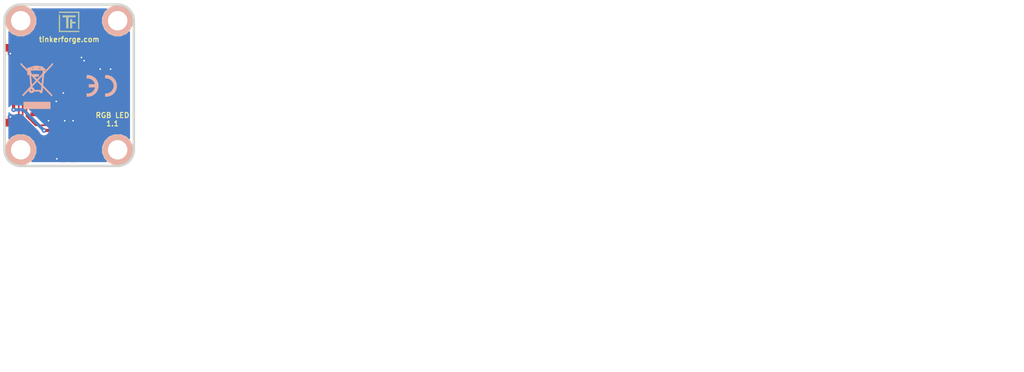
<source format=kicad_pcb>
(kicad_pcb (version 4) (host pcbnew 4.0.2+dfsg1-stable)
  (title_block (title "RGB LED Bricklet") (date 2016-08-04) (rev 1.1) (company "Tinkerforge GmbH") (comment 1 "Licensed under CERN OHL v.1.1") (comment 2 "Copyright (©) 2016, B.Nordmeyer <bastian@tinkerforge.com>"))
  (layers (0 Vorderseite signal) (31 Rückseite signal hide) (34 B.Paste user) (35 F.Paste user) (36 B.SilkS user) (37 F.SilkS user) (38 B.Mask user) (39 F.Mask user) (44 Edge.Cuts user))
  (net 0 "")
  (net 1 GND)
  (net 2 SCL)
  (net 3 SDA)
  (net 4 VCC)
  (net 5 "Net-(C1-Pad2)")
  (net 6 "Net-(P1-Pad6)")
  (net 7 "Net-(P1-Pad7)")
  (net 8 "Net-(C1-Pad1)")
  (net 9 3V3)
  (net 10 "Net-(LED1-Pad4)")
  (net 11 "Net-(Q1-PadD)")
  (net 12 "Net-(LED1-Pad2)")
  (net 13 "Net-(P1-Pad8)")
  (net 14 "Net-(P1-Pad9)")
  (net 15 "Net-(P1-Pad10)")
  (net 16 "Net-(U1-Pad7)")
  (module kicad-libraries:R0603E (layer Vorderseite) (at 135 116.1 180)
    (fp_text reference R3)
    (fp_text value 330)
    (pad 1 smd rect (at -0.8501 0 180) (size 1.1 1) (layers Vorderseite F.Paste F.Mask) (net 10 "Net-(LED1-Pad4)"))
    (pad 2 smd rect (at 0.8501 0 180) (size 1.1 1) (layers Vorderseite F.Paste F.Mask) (net 11 "Net-(Q1-PadD)"))
  )
  (module kicad-libraries:R0603E (layer Vorderseite) (at 134.1 114.6 180)
    (fp_text reference R2)
    (fp_text value 0)
    (pad 1 smd rect (at -0.8501 0 180) (size 1.1 1) (layers Vorderseite F.Paste F.Mask) (net 1 GND))
    (pad 2 smd rect (at 0.8501 0 180) (size 1.1 1) (layers Vorderseite F.Paste F.Mask) (net 8 "Net-(C1-Pad1)"))
  )
  (module kicad-libraries:R0603E (layer Vorderseite) (at 135.9 118.4 270)
    (fp_text reference R1)
    (fp_text value 1k)
    (pad 1 smd rect (at -0.8501 0 270) (size 1.1 1) (layers Vorderseite F.Paste F.Mask) (net 11 "Net-(Q1-PadD)"))
    (pad 2 smd rect (at 0.8501 0 270) (size 1.1 1) (layers Vorderseite F.Paste F.Mask) (net 4 VCC))
  )
  (module kicad-libraries:C0603E (layer Vorderseite) (at 134.1 112.8)
    (fp_text reference FB1)
    (fp_text value FILTER)
    (pad 1 smd rect (at -0.8501 0) (size 1.1 1) (layers Vorderseite F.Paste F.Mask) (net 5 "Net-(C1-Pad2)"))
    (pad 2 smd rect (at 0.8501 0) (size 1.1 1) (layers Vorderseite F.Paste F.Mask) (net 4 VCC))
  )
  (module kicad-libraries:C0603E (layer Vorderseite) (at 135.1 129.5 180)
    (fp_text reference C4)
    (fp_text value 100nF)
    (pad 1 smd rect (at -0.8501 0 180) (size 1.1 1) (layers Vorderseite F.Paste F.Mask) (net 9 3V3))
    (pad 2 smd rect (at 0.8501 0 180) (size 1.1 1) (layers Vorderseite F.Paste F.Mask) (net 1 GND))
  )
  (module kicad-libraries:C0603E (layer Vorderseite) (at 135 120.6 180)
    (fp_text reference C3)
    (fp_text value 100nF)
    (pad 1 smd rect (at -0.8501 0 180) (size 1.1 1) (layers Vorderseite F.Paste F.Mask) (net 4 VCC))
    (pad 2 smd rect (at 0.8501 0 180) (size 1.1 1) (layers Vorderseite F.Paste F.Mask) (net 1 GND))
  )
  (module kicad-libraries:C0603E (layer Vorderseite) (at 136.3 113.7 90)
    (fp_text reference C2)
    (fp_text value 100nF)
    (pad 1 smd rect (at -0.8501 0 90) (size 1.1 1) (layers Vorderseite F.Paste F.Mask) (net 1 GND))
    (pad 2 smd rect (at 0.8501 0 90) (size 1.1 1) (layers Vorderseite F.Paste F.Mask) (net 4 VCC))
  )
  (module kicad-libraries:C0603E (layer Vorderseite) (at 131.9 113.7 90)
    (fp_text reference C1)
    (fp_text value 100nF)
    (pad 1 smd rect (at -0.8501 0 90) (size 1.1 1) (layers Vorderseite F.Paste F.Mask) (net 8 "Net-(C1-Pad1)"))
    (pad 2 smd rect (at 0.8501 0 90) (size 1.1 1) (layers Vorderseite F.Paste F.Mask) (net 5 "Net-(C1-Pad2)"))
  )
  (module kicad-libraries:Fiducial_Mark (layer Vorderseite) (at 128.3 112.1)
    (fp_text reference Fiducial_Mark hide)
    (fp_text value VAL** hide)
    (pad 1 smd circle (at 0 0) (size 1.00076 1.00076) (layers Vorderseite F.Paste F.Mask) (clearance 0.65024))
  )
  (module kicad-libraries:Fiducial_Mark (layer Vorderseite) (at 137.8 125.1)
    (fp_text reference Fiducial_Mark hide)
    (fp_text value VAL** hide)
    (pad 1 smd circle (at 0 0) (size 1.00076 1.00076) (layers Vorderseite F.Paste F.Mask) (clearance 0.65024))
  )
  (module kicad-libraries:Fiducial_Mark (layer Vorderseite) (at 143.3 112.6)
    (fp_text reference Fiducial_Mark hide)
    (fp_text value VAL** hide)
    (pad 1 smd circle (at 0 0) (size 1.00076 1.00076) (layers Vorderseite F.Paste F.Mask) (clearance 0.65024))
  )
  (module kicad-libraries:CE_5mm (layer Rückseite) (at 140.3 118.2 180)
    (fp_text reference VAL hide)
    (fp_text value CE_5mm hide)
  )
  (module kicad-libraries:WEEE_7mm (layer Rückseite) (at 130.3 118.2 180)
    (fp_text reference G*** hide)
    (fp_text value LOGO hide)
  )
  (module kicad-libraries:Logo_31x31 (layer Vorderseite) (at 133.7 106.7)
    (fp_text reference G*** hide)
    (fp_text value Logo_31x31 hide)
  )
  (module kicad-libraries:SOT23GDS (layer Vorderseite) (at 132.7 118.3 180)
    (fp_text reference Q1)
    (fp_text value 2N7002P)
    (pad S smd rect (at -0.889 -1.016 180) (size 0.9144 0.9144) (layers Vorderseite F.Paste F.Mask) (net 1 GND))
    (pad G smd rect (at 0.889 -1.016 180) (size 0.9144 0.9144) (layers Vorderseite F.Paste F.Mask) (net 7 "Net-(P1-Pad7)"))
    (pad D smd rect (at 0 1.016 180) (size 0.9144 0.9144) (layers Vorderseite F.Paste F.Mask) (net 11 "Net-(Q1-PadD)"))
  )
  (module kicad-libraries:WS2812B_LED (layer Vorderseite) (at 139.3 118.1 90)
    (fp_text reference LED1)
    (fp_text value WS2812B_LED)
    (pad 3 smd rect (at 2.45 1.6 90) (size 1.5 1) (layers Vorderseite F.Paste F.Mask) (net 1 GND))
    (pad 4 smd rect (at 2.45 -1.6 90) (size 1.5 1) (layers Vorderseite F.Paste F.Mask) (net 10 "Net-(LED1-Pad4)"))
    (pad 1 smd rect (at -2.45 -1.6 90) (size 1.5 1) (layers Vorderseite F.Paste F.Mask) (net 4 VCC))
    (pad 2 smd rect (at -2.45 1.6 90) (size 1.5 1) (layers Vorderseite F.Paste F.Mask) (net 12 "Net-(LED1-Pad2)"))
  )
  (module kicad-libraries:DRILL_NP (layer Vorderseite) (at 142.8 108.1)
    (fp_text reference U5 hide)
    (fp_text value DRILL hide)
    (pad "" np_thru_hole circle (at 0 0) (size 2.99974 2.99974) (drill 2.99974) (layers *.Cu *.Mask F.SilkS) (clearance 0.89916))
  )
  (module kicad-libraries:DRILL_NP (layer Vorderseite) (at 127.8 128.1 90)
    (fp_text reference U4 hide)
    (fp_text value DRILL hide)
    (pad "" np_thru_hole circle (at 0 0 90) (size 2.99974 2.99974) (drill 2.99974) (layers *.Cu *.Mask F.SilkS) (clearance 0.89916))
  )
  (module kicad-libraries:DRILL_NP (layer Vorderseite) (at 142.8 128.1 90)
    (fp_text reference U3 hide)
    (fp_text value DRILL hide)
    (pad "" np_thru_hole circle (at 0 0 90) (size 2.99974 2.99974) (drill 2.99974) (layers *.Cu *.Mask F.SilkS) (clearance 0.89916))
  )
  (module kicad-libraries:DRILL_NP (layer Vorderseite) (at 127.8 108.1 270)
    (fp_text reference U2 hide)
    (fp_text value DRILL hide)
    (pad "" np_thru_hole circle (at 0 0 270) (size 2.99974 2.99974) (drill 2.99974) (layers *.Cu *.Mask F.SilkS) (clearance 0.89916))
  )
  (module kicad-libraries:SOIC8 (layer Vorderseite) (at 134 125.1 180)
    (fp_text reference U1)
    (fp_text value M24C64)
    (pad 1 smd rect (at -1.90246 2.69748) (size 0.59944 1.5494) (layers Vorderseite F.Paste F.Mask) (net 1 GND))
    (pad 2 smd rect (at -0.63246 2.69748) (size 0.59944 1.5494) (layers Vorderseite F.Paste F.Mask) (net 1 GND))
    (pad 3 smd rect (at 0.63246 2.69748) (size 0.59944 1.5494) (layers Vorderseite F.Paste F.Mask) (net 6 "Net-(P1-Pad6)"))
    (pad 4 smd rect (at 1.90246 2.69748) (size 0.59944 1.5494) (layers Vorderseite F.Paste F.Mask) (net 1 GND))
    (pad 5 smd rect (at 1.90246 -2.69748 180) (size 0.59944 1.5494) (layers Vorderseite F.Paste F.Mask) (net 3 SDA))
    (pad 6 smd rect (at 0.63246 -2.69748 180) (size 0.59944 1.5494) (layers Vorderseite F.Paste F.Mask) (net 2 SCL))
    (pad 7 smd rect (at -0.63246 -2.69748 180) (size 0.59944 1.5494) (layers Vorderseite F.Paste F.Mask) (net 16 "Net-(U1-Pad7)"))
    (pad 8 smd rect (at -1.90246 -2.69748 180) (size 0.59944 1.5494) (layers Vorderseite F.Paste F.Mask) (net 9 3V3))
  )
  (module kicad-libraries:CON-SENSOR (layer Vorderseite) (at 125.3 118.1 270)
    (fp_text reference P1)
    (fp_text value CON-SENSOR)
    (pad 1 smd rect (at -4.50088 -4.7752 270) (size 0.59944 1.5494) (layers Vorderseite F.Paste F.Mask) (net 5 "Net-(C1-Pad2)"))
    (pad 2 smd rect (at -3.50012 -4.7752 270) (size 0.59944 1.5494) (layers Vorderseite F.Paste F.Mask) (net 8 "Net-(C1-Pad1)"))
    (pad 3 smd rect (at -2.49936 -4.7752 270) (size 0.59944 1.5494) (layers Vorderseite F.Paste F.Mask) (net 9 3V3))
    (pad 4 smd rect (at -1.50114 -4.7752 270) (size 0.59944 1.5494) (layers Vorderseite F.Paste F.Mask) (net 2 SCL))
    (pad 5 smd rect (at -0.50038 -4.7752 270) (size 0.59944 1.5494) (layers Vorderseite F.Paste F.Mask) (net 3 SDA))
    (pad 6 smd rect (at 0.50038 -4.7752 270) (size 0.59944 1.5494) (layers Vorderseite F.Paste F.Mask) (net 6 "Net-(P1-Pad6)"))
    (pad 7 smd rect (at 1.50114 -4.7752 270) (size 0.59944 1.5494) (layers Vorderseite F.Paste F.Mask) (net 7 "Net-(P1-Pad7)"))
    (pad 8 smd rect (at 2.49936 -4.7752 270) (size 0.59944 1.5494) (layers Vorderseite F.Paste F.Mask) (net 13 "Net-(P1-Pad8)"))
    (pad 9 smd rect (at 3.50012 -4.7752 270) (size 0.59944 1.5494) (layers Vorderseite F.Paste F.Mask) (net 14 "Net-(P1-Pad9)"))
    (pad 10 smd rect (at 4.50088 -4.7752 270) (size 0.59944 1.5494) (layers Vorderseite F.Paste F.Mask) (net 15 "Net-(P1-Pad10)"))
    (pad EP smd rect (at -5.79882 -0.89916 270) (size 1.19888 1.80086) (layers Vorderseite F.Paste F.Mask) (net 1 GND))
    (pad EP smd rect (at 5.79882 -0.89916 270) (size 1.19888 1.80086) (layers Vorderseite F.Paste F.Mask) (net 1 GND))
  )
  (gr_line (start 127.8 130.6) (end 142.8 130.6) (angle 90) (layer Edge.Cuts) (width 0.381))
  (gr_line (start 142.8 105.6) (end 127.8 105.6) (angle 90) (layer Edge.Cuts) (width 0.381))
  (gr_line (start 125.3 108.1) (end 125.3 128.1) (angle 90) (layer Edge.Cuts) (width 0.381))
  (gr_line (start 145.3 128.1) (end 145.3 108.1) (angle 90) (layer Edge.Cuts) (width 0.381))
  (gr_arc (start 127.8 128.1) (end 127.8 130.6) (angle 90) (layer Edge.Cuts) (width 0.381))
  (gr_arc (start 142.8 128.1) (end 145.3 128.1) (angle 90) (layer Edge.Cuts) (width 0.381))
  (gr_arc (start 142.8 108.1) (end 142.8 105.6) (angle 90) (layer Edge.Cuts) (width 0.381))
  (gr_arc (start 127.8 108.1) (end 125.3 108.1) (angle 90) (layer Edge.Cuts) (width 0.381))
  (gr_text tinkerforge.com (at 135.3 111) (layer F.SilkS) (effects (font (size 0.8001 0.8001) (thickness 0.14986))))
  (gr_text "RGB LED\n1.1" (at 142 123.4) (layer F.SilkS) (effects (font (size 0.8001 0.8001) (thickness 0.14986))))
  (segment (start 134.9501 114.6) (end 136.2501 114.6) (width 0.8001) (layer Vorderseite) (net 1))
  (segment (start 126.19916 112.30118) (end 126.19916 113.19916) (width 0.8001) (layer Vorderseite) (net 1))
  (via (at 126.2 113.2) (size 0.70104) (layers Vorderseite Rückseite) (net 1))
  (segment (start 126.19916 113.19916) (end 126.2 113.2) (width 0.8001) (layer Vorderseite) (net 1))
  (segment (start 126.19916 123.89882) (end 126.19916 123.00084) (width 0.8001) (layer Vorderseite) (net 1))
  (via (at 126.2 123) (size 0.70104) (layers Vorderseite Rückseite) (net 1))
  (segment (start 126.19916 123.00084) (end 126.2 123) (width 0.8001) (layer Vorderseite) (net 1))
  (segment (start 134.2499 129.5) (end 133.4 129.5) (width 0.8001) (layer Vorderseite) (net 1))
  (via (at 133.4 129.5) (size 0.70104) (layers Vorderseite Rückseite) (net 1))
  (segment (start 135.90246 122.40252) (end 135.90246 123.59754) (width 0.8001) (layer Vorderseite) (net 1))
  (via (at 135.9 123.6) (size 0.70104) (layers Vorderseite Rückseite) (net 1))
  (segment (start 135.90246 123.59754) (end 135.9 123.6) (width 0.8001) (layer Vorderseite) (net 1))
  (segment (start 134.63246 122.40252) (end 134.63246 123.56754) (width 0.8001) (layer Vorderseite) (net 1))
  (via (at 134.6 123.6) (size 0.70104) (layers Vorderseite Rückseite) (net 1))
  (segment (start 134.63246 123.56754) (end 134.6 123.6) (width 0.8001) (layer Vorderseite) (net 1))
  (segment (start 132.09754 122.40252) (end 132.09754 123.59754) (width 0.8001) (layer Vorderseite) (net 1))
  (via (at 132.1 123.6) (size 0.70104) (layers Vorderseite Rückseite) (net 1))
  (segment (start 132.09754 123.59754) (end 132.1 123.6) (width 0.8001) (layer Vorderseite) (net 1))
  (segment (start 136.2501 114.6) (end 136.3 114.5501) (width 0.8001) (layer Vorderseite) (net 1))
  (segment (start 140.15 115.65) (end 140.1 115.6) (width 0.8001) (layer Vorderseite) (net 1))
  (via (at 140.1 115.6) (size 0.70104) (layers Vorderseite Rückseite) (net 1))
  (segment (start 140.9 115.65) (end 140.15 115.65) (width 0.8001) (layer Vorderseite) (net 1))
  (segment (start 141.65 115.65) (end 141.7 115.6) (width 0.8001) (layer Vorderseite) (net 1))
  (via (at 141.7 115.6) (size 0.70104) (layers Vorderseite Rückseite) (net 1))
  (segment (start 140.9 115.65) (end 141.65 115.65) (width 0.8001) (layer Vorderseite) (net 1))
  (segment (start 134.384 119.316) (end 134.4 119.3) (width 0.8001) (layer Vorderseite) (net 1))
  (via (at 134.4 119.3) (size 0.70104) (layers Vorderseite Rückseite) (net 1))
  (segment (start 133.589 119.316) (end 134.384 119.316) (width 0.8001) (layer Vorderseite) (net 1))
  (via (at 133.3 120.6) (size 0.70104) (layers Vorderseite Rückseite) (net 1))
  (segment (start 134.1499 120.6) (end 133.3 120.6) (width 0.8001) (layer Vorderseite) (net 1))
  (via (at 137.6 114.3) (size 0.70104) (layers Vorderseite Rückseite) (net 1))
  (segment (start 136.8 114.3) (end 137.6 114.3) (width 0.8001) (layer Vorderseite) (net 1))
  (segment (start 136.5499 114.5501) (end 136.8 114.3) (width 0.8001) (layer Vorderseite) (net 1))
  (segment (start 136.3 114.5501) (end 136.5499 114.5501) (width 0.8001) (layer Vorderseite) (net 1))
  (via (at 137.2 113.799862) (size 0.70104) (layers Vorderseite Rückseite) (net 1))
  (segment (start 137.2 113.799862) (end 137.2 113.7) (width 0.8001) (layer Rückseite) (net 1))
  (segment (start 136.449762 114.5501) (end 137.2 113.799862) (width 0.8001) (layer Vorderseite) (net 1))
  (segment (start 136.3 114.5501) (end 136.449762 114.5501) (width 0.8001) (layer Vorderseite) (net 1))
  (segment (start 133.36754 127.79748) (end 133.36754 128.53246) (width 0.25) (layer Vorderseite) (net 2))
  (segment (start 133.36754 128.53246) (end 132.9 129) (width 0.25) (layer Vorderseite) (net 2))
  (segment (start 132.9 129) (end 131.8 129) (width 0.25) (layer Vorderseite) (net 2))
  (segment (start 131.8 129) (end 131.1 128.3) (width 0.25) (layer Vorderseite) (net 2))
  (segment (start 131.1 128.3) (end 131.1 127.2) (width 0.25) (layer Vorderseite) (net 2))
  (segment (start 131.1 127.2) (end 127.5 123.6) (width 0.25) (layer Vorderseite) (net 2))
  (segment (start 127.5 123.6) (end 127.5 117.8) (width 0.25) (layer Vorderseite) (net 2))
  (segment (start 127.5 117.8) (end 128.70114 116.59886) (width 0.25) (layer Vorderseite) (net 2))
  (segment (start 128.70114 116.59886) (end 130.0752 116.59886) (width 0.25) (layer Vorderseite) (net 2))
  (segment (start 130.0752 117.59962) (end 129.00038 117.59962) (width 0.25) (layer Vorderseite) (net 3))
  (segment (start 132.09754 127.39754) (end 132.09754 127.79748) (width 0.25) (layer Vorderseite) (net 3))
  (segment (start 128.1 123.4) (end 132.09754 127.39754) (width 0.25) (layer Vorderseite) (net 3))
  (segment (start 128.1 118.5) (end 128.1 123.4) (width 0.25) (layer Vorderseite) (net 3))
  (segment (start 129.00038 117.59962) (end 128.1 118.5) (width 0.25) (layer Vorderseite) (net 3))
  (segment (start 134.9501 112.8) (end 136.2501 112.8) (width 0.8001) (layer Vorderseite) (net 4))
  (segment (start 136.2501 112.8) (end 136.3 112.8499) (width 0.8001) (layer Vorderseite) (net 4))
  (segment (start 137.7 120.55) (end 137.7 120.5) (width 0.25) (layer Vorderseite) (net 4))
  (segment (start 136.1499 119.2501) (end 135.9 119.2501) (width 0.8001) (layer Vorderseite) (net 4))
  (segment (start 137.6499 112.8499) (end 139 114.2) (width 0.8001) (layer Vorderseite) (net 4))
  (segment (start 139 114.2) (end 139 117.1) (width 0.8001) (layer Vorderseite) (net 4))
  (segment (start 139 117.1) (end 137.9 118.2) (width 0.8001) (layer Vorderseite) (net 4))
  (segment (start 137.9 118.2) (end 137.2 118.2) (width 0.8001) (layer Vorderseite) (net 4))
  (segment (start 137.2 118.2) (end 136.1499 119.2501) (width 0.8001) (layer Vorderseite) (net 4))
  (segment (start 136.3 112.8499) (end 137.6499 112.8499) (width 0.8001) (layer Vorderseite) (net 4))
  (segment (start 135.9 120.5501) (end 135.8501 120.6) (width 0.8001) (layer Vorderseite) (net 4))
  (segment (start 135.9 119.2501) (end 135.9 120.5501) (width 0.8001) (layer Vorderseite) (net 4))
  (segment (start 137.65 120.6) (end 137.7 120.55) (width 0.8001) (layer Vorderseite) (net 4))
  (segment (start 135.8501 120.6) (end 137.65 120.6) (width 0.8001) (layer Vorderseite) (net 4))
  (segment (start 133.2499 112.8) (end 131.9499 112.8) (width 0.8001) (layer Vorderseite) (net 5))
  (segment (start 131.9499 112.8) (end 131.9 112.8499) (width 0.8001) (layer Vorderseite) (net 5))
  (segment (start 130.0752 113.59912) (end 130.70088 113.59912) (width 0.8001) (layer Vorderseite) (net 5))
  (segment (start 130.70088 113.59912) (end 131.4501 112.8499) (width 0.8001) (layer Vorderseite) (net 5))
  (segment (start 131.4501 112.8499) (end 131.9 112.8499) (width 0.8001) (layer Vorderseite) (net 5))
  (segment (start 130.0752 118.60038) (end 129.29962 118.60038) (width 0.25) (layer Vorderseite) (net 6))
  (segment (start 133.36754 123.73246) (end 133.36754 122.40252) (width 0.25) (layer Vorderseite) (net 6))
  (segment (start 132.8 124.3) (end 133.36754 123.73246) (width 0.25) (layer Vorderseite) (net 6))
  (segment (start 130.1 124.3) (end 132.8 124.3) (width 0.25) (layer Vorderseite) (net 6))
  (segment (start 128.7 122.9) (end 130.1 124.3) (width 0.25) (layer Vorderseite) (net 6))
  (segment (start 128.7 119.2) (end 128.7 122.9) (width 0.25) (layer Vorderseite) (net 6))
  (segment (start 129.29962 118.60038) (end 128.7 119.2) (width 0.25) (layer Vorderseite) (net 6))
  (segment (start 131.52586 119.60114) (end 131.811 119.316) (width 0.5) (layer Vorderseite) (net 7))
  (segment (start 130.0752 119.60114) (end 131.52586 119.60114) (width 0.5) (layer Vorderseite) (net 7))
  (segment (start 131.9 114.5501) (end 133.2 114.5501) (width 0.8001) (layer Vorderseite) (net 8))
  (segment (start 130.0752 114.59988) (end 131.85022 114.59988) (width 0.8001) (layer Vorderseite) (net 8))
  (segment (start 131.85022 114.59988) (end 131.9 114.5501) (width 0.8001) (layer Vorderseite) (net 8))
  (segment (start 133.2 114.5501) (end 133.2499 114.6) (width 0.8001) (layer Vorderseite) (net 8))
  (segment (start 133.1998 114.5501) (end 133.2499 114.5) (width 0.8001) (layer Vorderseite) (net 8))
  (segment (start 135.9501 129.5) (end 135.9501 127.84512) (width 0.45) (layer Vorderseite) (net 9))
  (segment (start 135.9501 127.84512) (end 135.90246 127.79748) (width 0.45) (layer Vorderseite) (net 9))
  (segment (start 128.2 121.9) (end 131.4 125.1) (width 0.5) (layer Rückseite) (net 9))
  (via (at 131.4 125.1) (size 0.70104) (layers Vorderseite Rückseite) (net 9))
  (segment (start 131.4 125.1) (end 135.7 125.1) (width 0.5) (layer Vorderseite) (net 9))
  (segment (start 135.7 125.1) (end 137.1 126.5) (width 0.5) (layer Vorderseite) (net 9))
  (segment (start 137.1 126.5) (end 137.1 129.2) (width 0.5) (layer Vorderseite) (net 9))
  (segment (start 137.1 129.2) (end 136.8 129.5) (width 0.5) (layer Vorderseite) (net 9))
  (segment (start 128.09936 115.60064) (end 130.0752 115.60064) (width 0.5) (layer Vorderseite) (net 9))
  (via (at 126.7 121.9) (size 0.70104) (layers Vorderseite Rückseite) (net 9))
  (segment (start 126.7 117) (end 126.7 121.9) (width 0.5) (layer Vorderseite) (net 9))
  (segment (start 128.09936 115.60064) (end 126.7 117) (width 0.5) (layer Vorderseite) (net 9))
  (segment (start 135.9501 129.5) (end 136.8 129.5) (width 0.5) (layer Vorderseite) (net 9))
  (segment (start 126.7 121.9) (end 128.2 121.9) (width 0.5) (layer Rückseite) (net 9))
  (segment (start 136.8 116.1) (end 135.8501 116.1) (width 0.5) (layer Vorderseite) (net 10))
  (segment (start 137.25 115.65) (end 136.8 116.1) (width 0.5) (layer Vorderseite) (net 10))
  (segment (start 137.7 115.65) (end 137.25 115.65) (width 0.5) (layer Vorderseite) (net 10))
  (segment (start 132.9659 117.5499) (end 132.7 117.284) (width 0.5) (layer Vorderseite) (net 11))
  (segment (start 135.9 117.5499) (end 132.9659 117.5499) (width 0.5) (layer Vorderseite) (net 11))
  (segment (start 133.4 116.1) (end 132.7 116.8) (width 0.5) (layer Vorderseite) (net 11))
  (segment (start 132.7 116.8) (end 132.7 117.284) (width 0.5) (layer Vorderseite) (net 11))
  (segment (start 134.1499 116.1) (end 133.4 116.1) (width 0.5) (layer Vorderseite) (net 11))
  (zone (net 1) (net_name GND) (layer Rückseite) (connect_pads (clearance 0.4)) (min_thickness 0.2) (fill yes (arc_segments 16) (thermal_gap 0.21) (thermal_bridge_width 0.21))
    (polygon (pts (xy 125.3 105.6) (xy 145.3 105.6) (xy 145.3 130.6) (xy 125.3 130.6)))
  )
)
</source>
